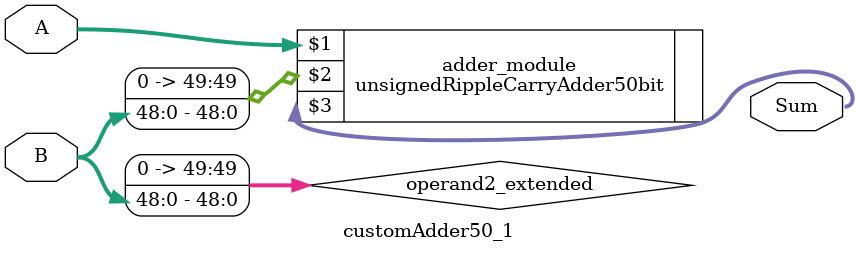
<source format=v>
module customAdder50_1(
                        input [49 : 0] A,
                        input [48 : 0] B,
                        
                        output [50 : 0] Sum
                );

        wire [49 : 0] operand2_extended;
        
        assign operand2_extended =  {1'b0, B};
        
        unsignedRippleCarryAdder50bit adder_module(
            A,
            operand2_extended,
            Sum
        );
        
        endmodule
        
</source>
